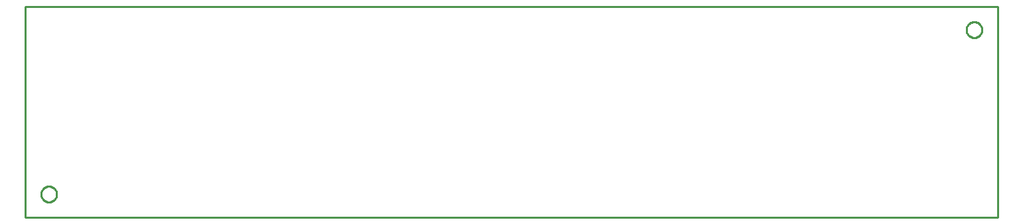
<source format=gbr>
G04 EAGLE Gerber RS-274X export*
G75*
%MOMM*%
%FSLAX34Y34*%
%LPD*%
%IN*%
%IPPOS*%
%AMOC8*
5,1,8,0,0,1.08239X$1,22.5*%
G01*
%ADD10C,0.254000*%


D10*
X-50000Y-10000D02*
X1190000Y-10000D01*
X1190000Y260000D01*
X-50000Y260000D01*
X-50000Y-10000D01*
X-10000Y19563D02*
X-10076Y18694D01*
X-10228Y17834D01*
X-10454Y16990D01*
X-10752Y16170D01*
X-11121Y15378D01*
X-11558Y14622D01*
X-12059Y13907D01*
X-12620Y13238D01*
X-13238Y12620D01*
X-13907Y12059D01*
X-14622Y11558D01*
X-15378Y11121D01*
X-16170Y10752D01*
X-16990Y10454D01*
X-17834Y10228D01*
X-18694Y10076D01*
X-19563Y10000D01*
X-20437Y10000D01*
X-21307Y10076D01*
X-22166Y10228D01*
X-23010Y10454D01*
X-23830Y10752D01*
X-24622Y11121D01*
X-25378Y11558D01*
X-26093Y12059D01*
X-26762Y12620D01*
X-27380Y13238D01*
X-27941Y13907D01*
X-28442Y14622D01*
X-28879Y15378D01*
X-29248Y16170D01*
X-29546Y16990D01*
X-29772Y17834D01*
X-29924Y18694D01*
X-30000Y19563D01*
X-30000Y20437D01*
X-29924Y21307D01*
X-29772Y22166D01*
X-29546Y23010D01*
X-29248Y23830D01*
X-28879Y24622D01*
X-28442Y25378D01*
X-27941Y26093D01*
X-27380Y26762D01*
X-26762Y27380D01*
X-26093Y27941D01*
X-25378Y28442D01*
X-24622Y28879D01*
X-23830Y29248D01*
X-23010Y29546D01*
X-22166Y29772D01*
X-21307Y29924D01*
X-20437Y30000D01*
X-19563Y30000D01*
X-18694Y29924D01*
X-17834Y29772D01*
X-16990Y29546D01*
X-16170Y29248D01*
X-15378Y28879D01*
X-14622Y28442D01*
X-13907Y27941D01*
X-13238Y27380D01*
X-12620Y26762D01*
X-12059Y26093D01*
X-11558Y25378D01*
X-11121Y24622D01*
X-10752Y23830D01*
X-10454Y23010D01*
X-10228Y22166D01*
X-10076Y21307D01*
X-10000Y20437D01*
X-10000Y19563D01*
X1170000Y229563D02*
X1169924Y228694D01*
X1169772Y227834D01*
X1169546Y226990D01*
X1169248Y226170D01*
X1168879Y225378D01*
X1168442Y224622D01*
X1167941Y223907D01*
X1167380Y223238D01*
X1166762Y222620D01*
X1166093Y222059D01*
X1165378Y221558D01*
X1164622Y221121D01*
X1163830Y220752D01*
X1163010Y220454D01*
X1162166Y220228D01*
X1161307Y220076D01*
X1160437Y220000D01*
X1159563Y220000D01*
X1158694Y220076D01*
X1157834Y220228D01*
X1156990Y220454D01*
X1156170Y220752D01*
X1155378Y221121D01*
X1154622Y221558D01*
X1153907Y222059D01*
X1153238Y222620D01*
X1152620Y223238D01*
X1152059Y223907D01*
X1151558Y224622D01*
X1151121Y225378D01*
X1150752Y226170D01*
X1150454Y226990D01*
X1150228Y227834D01*
X1150076Y228694D01*
X1150000Y229563D01*
X1150000Y230437D01*
X1150076Y231307D01*
X1150228Y232166D01*
X1150454Y233010D01*
X1150752Y233830D01*
X1151121Y234622D01*
X1151558Y235378D01*
X1152059Y236093D01*
X1152620Y236762D01*
X1153238Y237380D01*
X1153907Y237941D01*
X1154622Y238442D01*
X1155378Y238879D01*
X1156170Y239248D01*
X1156990Y239546D01*
X1157834Y239772D01*
X1158694Y239924D01*
X1159563Y240000D01*
X1160437Y240000D01*
X1161307Y239924D01*
X1162166Y239772D01*
X1163010Y239546D01*
X1163830Y239248D01*
X1164622Y238879D01*
X1165378Y238442D01*
X1166093Y237941D01*
X1166762Y237380D01*
X1167380Y236762D01*
X1167941Y236093D01*
X1168442Y235378D01*
X1168879Y234622D01*
X1169248Y233830D01*
X1169546Y233010D01*
X1169772Y232166D01*
X1169924Y231307D01*
X1170000Y230437D01*
X1170000Y229563D01*
M02*

</source>
